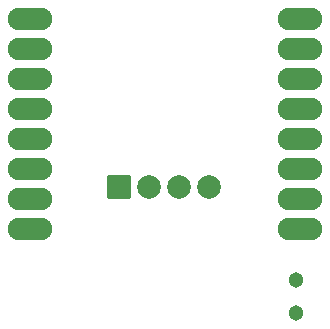
<source format=gbs>
G04 Layer: BottomSolderMaskLayer*
G04 EasyEDA v6.5.22, 2023-01-21 22:26:58*
G04 c6cdce557248458a9636279a13899d4b,db865e68f4bc4fd99aa1dd1697a786d6,10*
G04 Gerber Generator version 0.2*
G04 Scale: 100 percent, Rotated: No, Reflected: No *
G04 Dimensions in millimeters *
G04 leading zeros omitted , absolute positions ,4 integer and 5 decimal *
%FSLAX45Y45*%
%MOMM*%

%AMMACRO1*1,1,$1,$2,$3*1,1,$1,$4,$5*1,1,$1,0-$2,0-$3*1,1,$1,0-$4,0-$5*20,1,$1,$2,$3,$4,$5,0*20,1,$1,$4,$5,0-$2,0-$3,0*20,1,$1,0-$2,0-$3,0-$4,0-$5,0*20,1,$1,0-$4,0-$5,$2,$3,0*4,1,4,$2,$3,$4,$5,0-$2,0-$3,0-$4,0-$5,$2,$3,0*%
%ADD10C,1.3016*%
%ADD11O,3.7592000000000003X1.9304000000000001*%
%ADD12MACRO1,0.2032X-0.9X0.9X0.9X0.9*%
%ADD13C,2.0032*%

%LPD*%
D10*
G01*
X3073400Y5575604D03*
G01*
X3073400Y5295595D03*
D11*
G01*
X3111500Y6007100D03*
G01*
X3111500Y6261100D03*
G01*
X3111500Y6515100D03*
G01*
X3111500Y6769100D03*
G01*
X3111500Y7023100D03*
G01*
X3111500Y7277100D03*
G01*
X3111500Y7531100D03*
G01*
X3111500Y7785100D03*
G01*
X825500Y6007100D03*
G01*
X825500Y6261100D03*
G01*
X825500Y6515100D03*
G01*
X825500Y6769100D03*
G01*
X825500Y7023100D03*
G01*
X825500Y7277100D03*
G01*
X825500Y7531100D03*
G01*
X825500Y7785100D03*
D12*
G01*
X1574800Y6362700D03*
D13*
G01*
X1828800Y6362700D03*
G01*
X2082800Y6362700D03*
G01*
X2336800Y6362700D03*
M02*

</source>
